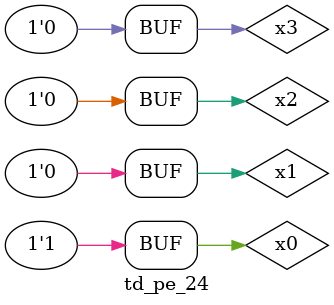
<source format=v>
module td_pe_24();
wire y0,y1;
reg x0,x1,x2,x3;

d_pe_24 m1(y0,y1,x0,x1,x2,x3);

initial begin
x0=1;x1=1;x2=1;x3=1;
#5 x0=1;x1=1;x2=1;x3=0;
#5 x0=1;x1=1;x2=0;x3=0;
#5 x0=1;x1=0;x2=0;x3=0;
end

endmodule
</source>
